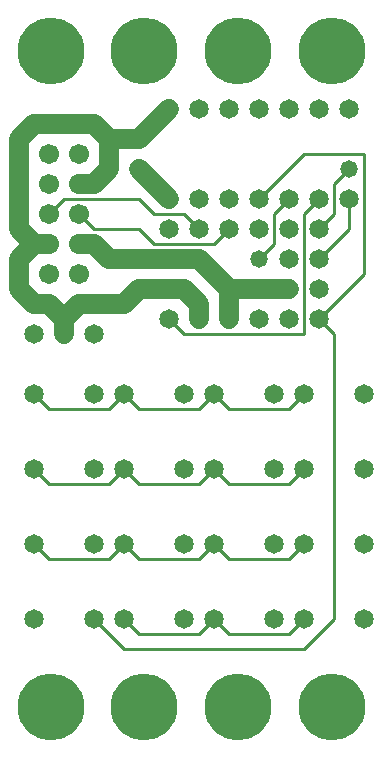
<source format=gbl>
%MOIN*%
%FSLAX25Y25*%
G04 D10 used for Character Trace; *
G04     Circle (OD=.01000) (No hole)*
G04 D11 used for Power Trace; *
G04     Circle (OD=.06500) (No hole)*
G04 D12 used for Signal Trace; *
G04     Circle (OD=.01100) (No hole)*
G04 D13 used for Via; *
G04     Circle (OD=.05800) (Round. Hole ID=.02800)*
G04 D14 used for Component hole; *
G04     Circle (OD=.06500) (Round. Hole ID=.03500)*
G04 D15 used for Component hole; *
G04     Circle (OD=.06700) (Round. Hole ID=.04300)*
G04 D16 used for Component hole; *
G04     Circle (OD=.08100) (Round. Hole ID=.05100)*
G04 D17 used for Component hole; *
G04     Circle (OD=.08900) (Round. Hole ID=.05900)*
G04 D18 used for Component hole; *
G04     Circle (OD=.11300) (Round. Hole ID=.08300)*
G04 D19 used for Component hole; *
G04     Circle (OD=.16000) (Round. Hole ID=.13000)*
G04 D20 used for Component hole; *
G04     Circle (OD=.18300) (Round. Hole ID=.15300)*
G04 D21 used for Component hole; *
G04     Circle (OD=.22291) (Round. Hole ID=.19291)*
%ADD10C,.01000*%
%ADD11C,.06500*%
%ADD12C,.01100*%
%ADD13C,.05800*%
%ADD14C,.06500*%
%ADD15C,.06700*%
%ADD16C,.08100*%
%ADD17C,.08900*%
%ADD18C,.11300*%
%ADD19C,.16000*%
%ADD20C,.18300*%
%ADD21C,.22291*%
%IPPOS*%
%LPD*%
G90*X0Y0D02*D21*X15625Y15625D03*D12*              
X40000Y35000D02*X100000D01*X110000Y45000D01*      
Y140000D01*X105000Y145000D01*D14*D03*D12*         
X120000Y160000D01*Y200000D01*X100000D01*          
X85000Y185000D01*D14*D03*D12*X90000Y170000D02*    
Y180000D01*X85000Y165000D02*X90000Y170000D01*D13* 
X85000Y165000D03*D14*X95000Y155000D03*D11*        
X75000D01*Y145000D01*D14*D03*D11*X65000D02*       
Y150000D01*D14*Y145000D03*D12*X60000Y140000D02*   
X100000D01*Y180000D01*X105000Y185000D01*D14*D03*  
D12*Y175000D02*X110000Y180000D01*D14*             
X105000Y175000D03*D12*X110000Y180000D02*          
Y190000D01*X115000Y195000D01*D13*D03*D14*         
Y185000D03*D12*Y175000D01*X105000Y165000D01*D14*  
D03*X95000Y175000D03*Y165000D03*X105000Y155000D03*
D12*X90000Y180000D02*X95000Y185000D01*D14*D03*    
X85000Y175000D03*X75000Y185000D03*Y175000D03*D12* 
X70000Y170000D01*X50000D01*X45000Y175000D01*      
X30000D01*X25000Y180000D01*D15*D03*D12*X15000D02* 
X20000Y185000D01*D15*X15000Y180000D03*D12*        
X20000Y185000D02*X45000D01*X50000Y180000D01*      
X60000D01*X65000Y175000D01*D14*D03*               
X55000Y185000D03*D11*X45000Y195000D01*D14*D03*D11*
X35000D02*Y205000D01*X30000Y190000D02*            
X35000Y195000D01*X25000Y190000D02*X30000D01*D15*  
X25000D03*X15000Y200000D03*X25000D03*             
X15000Y190000D03*D11*X35000Y205000D02*X45000D01*  
D14*D03*D11*X55000Y215000D01*D14*D03*X65000D03*   
X75000D03*D21*X46875Y234375D03*D11*               
X35000Y205000D02*X30000Y210000D01*X10000D01*      
X5000Y205000D01*Y175000D01*X10000Y170000D01*      
X5000Y165000D01*Y155000D01*X10000Y150000D01*      
X15000D01*X20000Y145000D01*Y140000D01*D14*D03*D11*
Y145000D02*X25000Y150000D01*X40000D01*            
X45000Y155000D01*D14*D03*D11*X60000D01*           
X65000Y150000D01*D12*X60000Y140000D02*            
X55000Y145000D01*D14*D03*D11*X35000Y165000D02*    
X45000D01*D14*D03*D11*X65000D01*X75000Y155000D01* 
D14*X85000Y145000D03*X55000Y175000D03*            
X95000Y145000D03*X65000Y185000D03*                
X40000Y120000D03*D12*X35000Y115000D01*X15000D01*  
X10000Y120000D01*D14*D03*X30000Y140000D03*        
Y120000D03*X10000Y140000D03*Y95000D03*D12*        
X15000Y90000D01*X35000D01*X40000Y95000D01*D14*D03*
D12*X45000Y90000D01*X65000D01*X70000Y95000D01*D14*
D03*D12*X75000Y90000D01*X95000D01*                
X100000Y95000D01*D14*D03*X90000D03*X120000D03*D12*
X75000Y115000D02*X95000D01*X75000D02*             
X70000Y120000D01*D14*D03*D12*X65000Y115000D01*    
X45000D01*X40000Y120000D01*D14*X60000D03*         
X30000Y95000D03*X60000D03*D15*X25000Y160000D03*   
X15000D03*D11*X35000Y165000D02*X30000Y170000D01*  
X25000D01*D15*D03*X15000D03*D11*X10000D01*D21*    
X15625Y234375D03*X78125D03*D14*X85000Y215000D03*  
X90000Y120000D03*D12*X95000Y115000D02*            
X100000Y120000D01*D14*D03*X120000D03*             
X60000Y70000D03*X70000D03*D12*X65000Y65000D01*    
X45000D01*X40000Y70000D01*D14*D03*D12*            
X35000Y65000D01*X15000D01*X10000Y70000D01*D14*D03*
X30000D03*X10000Y45000D03*X30000D03*D12*          
X40000Y35000D01*X45000Y40000D02*X65000D01*        
X70000Y45000D01*D14*D03*D12*X75000Y40000D01*      
X95000D01*X100000Y45000D01*D14*D03*X90000D03*     
X120000D03*D12*X75000Y65000D02*X95000D01*         
X75000D02*X70000Y70000D01*D14*X90000D03*          
X60000Y45000D03*D12*X95000Y65000D02*              
X100000Y70000D01*D14*D03*X120000D03*D21*          
X46875Y15625D03*X78125D03*X109375D03*D12*         
X45000Y40000D02*X40000Y45000D01*D14*D03*          
X115000Y215000D03*X105000D03*X95000D03*D21*       
X109375Y234375D03*M02*                            

</source>
